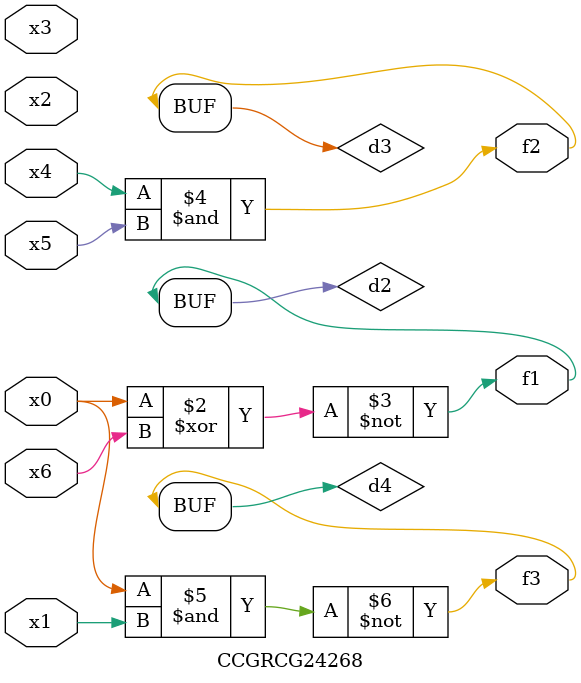
<source format=v>
module CCGRCG24268(
	input x0, x1, x2, x3, x4, x5, x6,
	output f1, f2, f3
);

	wire d1, d2, d3, d4;

	nor (d1, x0);
	xnor (d2, x0, x6);
	and (d3, x4, x5);
	nand (d4, x0, x1);
	assign f1 = d2;
	assign f2 = d3;
	assign f3 = d4;
endmodule

</source>
